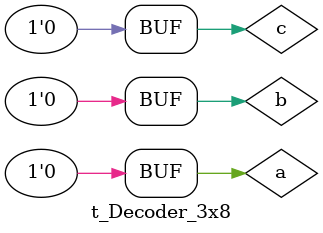
<source format=v>
module t_Decoder_3x8;
    //input
    reg a;
    reg b;
    reg c;
    //output
    wire [7:0] d;
    Decoder_3x8 uut(
        .a(a),
        .b(b),
        .c(c),
        .d(d)
    );
    initial begin
        a=0;
        b=0;
        c=0;
        //case1
        #100;
        a=0;
        b=1;
        c=1;
        //case2
        #100;
        a=1;
        b=0;
        c=0;
        //case3
        #100;
        a=0;
        b=0;
        c=1;
        //end
        #100;
        a=0;
        b=0;
        c=0;
    end
endmodule
</source>
